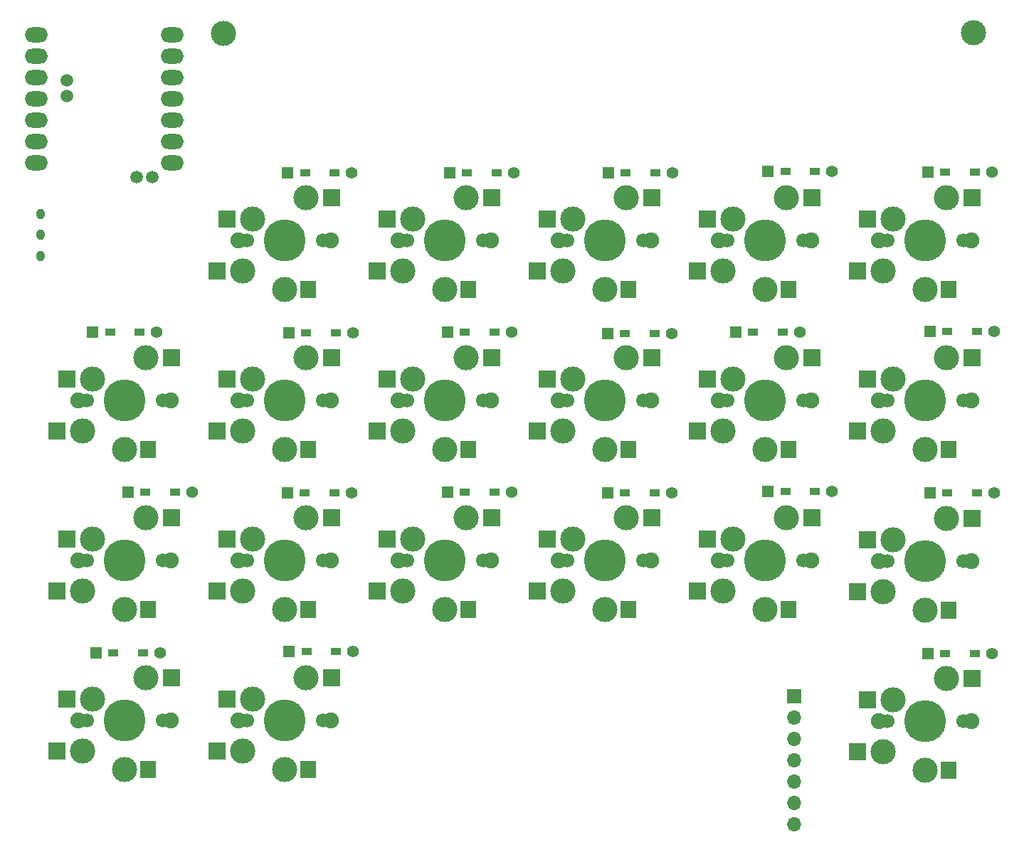
<source format=gbr>
%TF.GenerationSoftware,KiCad,Pcbnew,8.0.7*%
%TF.CreationDate,2025-02-15T16:41:35+09:00*%
%TF.ProjectId,cool642tb_R,636f6f6c-3634-4327-9462-5f522e6b6963,rev?*%
%TF.SameCoordinates,Original*%
%TF.FileFunction,Soldermask,Bot*%
%TF.FilePolarity,Negative*%
%FSLAX46Y46*%
G04 Gerber Fmt 4.6, Leading zero omitted, Abs format (unit mm)*
G04 Created by KiCad (PCBNEW 8.0.7) date 2025-02-15 16:41:35*
%MOMM*%
%LPD*%
G01*
G04 APERTURE LIST*
%ADD10R,1.397000X1.397000*%
%ADD11R,1.300000X0.950000*%
%ADD12C,1.397000*%
%ADD13C,1.900000*%
%ADD14C,1.700000*%
%ADD15C,3.000000*%
%ADD16C,5.000000*%
%ADD17R,2.000000X2.000000*%
%ADD18R,1.900000X2.000000*%
%ADD19O,1.000000X1.300000*%
%ADD20O,2.750000X1.800000*%
%ADD21C,1.500000*%
%ADD22R,1.700000X1.700000*%
%ADD23O,1.700000X1.700000*%
G04 APERTURE END LIST*
D10*
%TO.C,D7*%
X19340000Y-30010000D03*
D11*
X21375000Y-30010000D03*
X24925000Y-30010000D03*
D12*
X26960000Y-30010000D03*
%TD*%
D10*
%TO.C,D11*%
X38370000Y-30100000D03*
D11*
X40405000Y-30100000D03*
X43955000Y-30100000D03*
D12*
X45990000Y-30100000D03*
%TD*%
D13*
%TO.C,SW1*%
X-5500000Y0D03*
D14*
X-5080000Y0D03*
D15*
X-5000000Y-3700000D03*
D14*
X-4500000Y0D03*
D15*
X-3810000Y2540000D03*
D16*
X0Y0D03*
D15*
X0Y-5900000D03*
X2540000Y5080000D03*
D14*
X4500000Y0D03*
X5080000Y0D03*
D13*
X5500000Y0D03*
D17*
X-8100000Y-3700000D03*
X-6900000Y2540000D03*
D18*
X2800000Y-5900000D03*
D17*
X5600000Y5080000D03*
%TD*%
D10*
%TO.C,D20*%
X76510000Y-49200000D03*
D11*
X78545000Y-49200000D03*
X82095000Y-49200000D03*
D12*
X84130000Y-49200000D03*
%TD*%
D13*
%TO.C,SW8*%
X-24550000Y-38100000D03*
D14*
X-24130000Y-38100000D03*
D15*
X-24050000Y-41800000D03*
D14*
X-23550000Y-38100000D03*
D15*
X-22860000Y-35560000D03*
D16*
X-19050000Y-38100000D03*
D15*
X-19050000Y-44000000D03*
X-16510000Y-33020000D03*
D14*
X-14550000Y-38100000D03*
X-13970000Y-38100000D03*
D13*
X-13550000Y-38100000D03*
D17*
X-27150000Y-41800000D03*
X-25950000Y-35560000D03*
D18*
X-16250000Y-44000000D03*
D17*
X-13450000Y-33020000D03*
%TD*%
D10*
%TO.C,D13*%
X57500000Y8140000D03*
D11*
X59535000Y8140000D03*
X63085000Y8140000D03*
D12*
X65120000Y8140000D03*
%TD*%
D13*
%TO.C,SW15*%
X51650000Y-38100000D03*
D14*
X52070000Y-38100000D03*
D15*
X52150000Y-41800000D03*
D14*
X52650000Y-38100000D03*
D15*
X53340000Y-35560000D03*
D16*
X57150000Y-38100000D03*
D15*
X57150000Y-44000000D03*
X59690000Y-33020000D03*
D14*
X61650000Y-38100000D03*
X62230000Y-38100000D03*
D13*
X62650000Y-38100000D03*
D17*
X49050000Y-41800000D03*
X50250000Y-35560000D03*
D18*
X59950000Y-44000000D03*
D17*
X62750000Y-33020000D03*
%TD*%
D13*
%TO.C,SW16*%
X-5500000Y-57150000D03*
D14*
X-5080000Y-57150000D03*
D15*
X-5000000Y-60850000D03*
D14*
X-4500000Y-57150000D03*
D15*
X-3810000Y-54610000D03*
D16*
X0Y-57150000D03*
D15*
X0Y-63050000D03*
X2540000Y-52070000D03*
D14*
X4500000Y-57150000D03*
X5080000Y-57150000D03*
D13*
X5500000Y-57150000D03*
D17*
X-8100000Y-60850000D03*
X-6900000Y-54610000D03*
D18*
X2800000Y-63050000D03*
D17*
X5600000Y-52070000D03*
%TD*%
D19*
%TO.C,SW21*%
X-29100000Y-1900000D03*
X-29100000Y600000D03*
X-29100000Y3100000D03*
%TD*%
D13*
%TO.C,SW13*%
X51650000Y0D03*
D14*
X52070000Y0D03*
D15*
X52150000Y-3700000D03*
D14*
X52650000Y0D03*
D15*
X53340000Y2540000D03*
D16*
X57150000Y0D03*
D15*
X57150000Y-5900000D03*
X59690000Y5080000D03*
D14*
X61650000Y0D03*
X62230000Y0D03*
D13*
X62650000Y0D03*
D17*
X49050000Y-3700000D03*
X50250000Y2540000D03*
D18*
X59950000Y-5900000D03*
D17*
X62750000Y5080000D03*
%TD*%
D10*
%TO.C,D15*%
X57500000Y-29950000D03*
D11*
X59535000Y-29950000D03*
X63085000Y-29950000D03*
D12*
X65120000Y-29950000D03*
%TD*%
D10*
%TO.C,D1*%
X350000Y8000000D03*
D11*
X2385000Y8000000D03*
X5935000Y8000000D03*
D12*
X7970000Y8000000D03*
%TD*%
D10*
%TO.C,D9*%
X38490000Y8000000D03*
D11*
X40525000Y8000000D03*
X44075000Y8000000D03*
D12*
X46110000Y8000000D03*
%TD*%
D10*
%TO.C,D17*%
X76480000Y8060000D03*
D11*
X78515000Y8060000D03*
X82065000Y8060000D03*
D12*
X84100000Y8060000D03*
%TD*%
D10*
%TO.C,D4*%
X-22850000Y-10950000D03*
D11*
X-20815000Y-10950000D03*
X-17265000Y-10950000D03*
D12*
X-15230000Y-10950000D03*
%TD*%
D10*
%TO.C,D16*%
X520000Y-48970000D03*
D11*
X2555000Y-48970000D03*
X6105000Y-48970000D03*
D12*
X8140000Y-48970000D03*
%TD*%
D13*
%TO.C,SW17*%
X70700000Y0D03*
D14*
X71120000Y0D03*
D15*
X71200000Y-3700000D03*
D14*
X71700000Y0D03*
D15*
X72390000Y2540000D03*
D16*
X76200000Y0D03*
D15*
X76200000Y-5900000D03*
X78740000Y5080000D03*
D14*
X80700000Y0D03*
X81280000Y0D03*
D13*
X81700000Y0D03*
D17*
X68100000Y-3700000D03*
X69300000Y2540000D03*
D18*
X79000000Y-5900000D03*
D17*
X81800000Y5080000D03*
%TD*%
D10*
%TO.C,D3*%
X295000Y-30130000D03*
D11*
X2330000Y-30130000D03*
X5880000Y-30130000D03*
D12*
X7915000Y-30130000D03*
%TD*%
D10*
%TO.C,D19*%
X76740000Y-30110000D03*
D11*
X78775000Y-30110000D03*
X82325000Y-30110000D03*
D12*
X84360000Y-30110000D03*
%TD*%
D13*
%TO.C,SW11*%
X32600000Y-38100000D03*
D14*
X33020000Y-38100000D03*
D15*
X33100000Y-41800000D03*
D14*
X33600000Y-38100000D03*
D15*
X34290000Y-35560000D03*
D16*
X38100000Y-38100000D03*
D15*
X38100000Y-44000000D03*
X40640000Y-33020000D03*
D14*
X42600000Y-38100000D03*
X43180000Y-38100000D03*
D13*
X43600000Y-38100000D03*
D17*
X30000000Y-41800000D03*
X31200000Y-35560000D03*
D18*
X40900000Y-44000000D03*
D17*
X43700000Y-33020000D03*
%TD*%
D13*
%TO.C,SW12*%
X-24550000Y-57150000D03*
D14*
X-24130000Y-57150000D03*
D15*
X-24050000Y-60850000D03*
D14*
X-23550000Y-57150000D03*
D15*
X-22860000Y-54610000D03*
D16*
X-19050000Y-57150000D03*
D15*
X-19050000Y-63050000D03*
X-16510000Y-52070000D03*
D14*
X-14550000Y-57150000D03*
X-13970000Y-57150000D03*
D13*
X-13550000Y-57150000D03*
D17*
X-27150000Y-60850000D03*
X-25950000Y-54610000D03*
D18*
X-16250000Y-63050000D03*
D17*
X-13450000Y-52070000D03*
%TD*%
D13*
%TO.C,SW19*%
X70700000Y-38200000D03*
D14*
X71120000Y-38200000D03*
D15*
X71200000Y-41900000D03*
D14*
X71700000Y-38200000D03*
D15*
X72390000Y-35660000D03*
D16*
X76200000Y-38200000D03*
D15*
X76200000Y-44100000D03*
X78740000Y-33120000D03*
D14*
X80700000Y-38200000D03*
X81280000Y-38200000D03*
D13*
X81700000Y-38200000D03*
D17*
X68100000Y-41900000D03*
X69300000Y-35660000D03*
D18*
X79000000Y-44100000D03*
D17*
X81800000Y-33120000D03*
%TD*%
D13*
%TO.C,SW20*%
X70700000Y-57250000D03*
D14*
X71120000Y-57250000D03*
D15*
X71200000Y-60950000D03*
D14*
X71700000Y-57250000D03*
D15*
X72390000Y-54710000D03*
D16*
X76200000Y-57250000D03*
D15*
X76200000Y-63150000D03*
X78740000Y-52170000D03*
D14*
X80700000Y-57250000D03*
X81280000Y-57250000D03*
D13*
X81700000Y-57250000D03*
D17*
X68100000Y-60950000D03*
X69300000Y-54710000D03*
D18*
X79000000Y-63150000D03*
D17*
X81800000Y-52170000D03*
%TD*%
D13*
%TO.C,SW3*%
X-5500000Y-38100000D03*
D14*
X-5080000Y-38100000D03*
D15*
X-5000000Y-41800000D03*
D14*
X-4500000Y-38100000D03*
D15*
X-3810000Y-35560000D03*
D16*
X0Y-38100000D03*
D15*
X0Y-44000000D03*
X2540000Y-33020000D03*
D14*
X4500000Y-38100000D03*
X5080000Y-38100000D03*
D13*
X5500000Y-38100000D03*
D17*
X-8100000Y-41800000D03*
X-6900000Y-35560000D03*
D18*
X2800000Y-44000000D03*
D17*
X5600000Y-33020000D03*
%TD*%
D10*
%TO.C,D10*%
X38430000Y-11150000D03*
D11*
X40465000Y-11150000D03*
X44015000Y-11150000D03*
D12*
X46050000Y-11150000D03*
%TD*%
D13*
%TO.C,SW7*%
X13550000Y-38100000D03*
D14*
X13970000Y-38100000D03*
D15*
X14050000Y-41800000D03*
D14*
X14550000Y-38100000D03*
D15*
X15240000Y-35560000D03*
D16*
X19050000Y-38100000D03*
D15*
X19050000Y-44000000D03*
X21590000Y-33020000D03*
D14*
X23550000Y-38100000D03*
X24130000Y-38100000D03*
D13*
X24550000Y-38100000D03*
D17*
X10950000Y-41800000D03*
X12150000Y-35560000D03*
D18*
X21850000Y-44000000D03*
D17*
X24650000Y-33020000D03*
%TD*%
D13*
%TO.C,SW10*%
X32600000Y-19050000D03*
D14*
X33020000Y-19050000D03*
D15*
X33100000Y-22750000D03*
D14*
X33600000Y-19050000D03*
D15*
X34290000Y-16510000D03*
D16*
X38100000Y-19050000D03*
D15*
X38100000Y-24950000D03*
X40640000Y-13970000D03*
D14*
X42600000Y-19050000D03*
X43180000Y-19050000D03*
D13*
X43600000Y-19050000D03*
D17*
X30000000Y-22750000D03*
X31200000Y-16510000D03*
D18*
X40900000Y-24950000D03*
D17*
X43700000Y-13970000D03*
%TD*%
D20*
%TO.C,U1*%
X-29620000Y24420000D03*
X-29620000Y21880000D03*
X-29620000Y19340000D03*
X-29620000Y16800000D03*
X-29620000Y14260000D03*
X-29620000Y11720000D03*
X-29620000Y9180000D03*
X-13380000Y9180000D03*
X-13380000Y11720000D03*
X-13380000Y14260000D03*
X-13380000Y16800000D03*
X-13380000Y19340000D03*
X-13380000Y21880000D03*
X-13380000Y24420000D03*
D21*
X-17664600Y7488000D03*
X-15785000Y7488000D03*
X-25945000Y17117000D03*
X-25945000Y19022000D03*
%TD*%
D10*
%TO.C,D2*%
X500000Y-11080000D03*
D11*
X2535000Y-11080000D03*
X6085000Y-11080000D03*
D12*
X8120000Y-11080000D03*
%TD*%
D22*
%TO.C,J1*%
X60590000Y-54350000D03*
D23*
X60590000Y-56890000D03*
X60590000Y-59430000D03*
X60590000Y-61970000D03*
X60590000Y-64510000D03*
X60590000Y-67050000D03*
X60590000Y-69590000D03*
%TD*%
D10*
%TO.C,D6*%
X19340000Y-10980000D03*
D11*
X21375000Y-10980000D03*
X24925000Y-10980000D03*
D12*
X26960000Y-10980000D03*
%TD*%
D13*
%TO.C,SW5*%
X13550000Y0D03*
D14*
X13970000Y0D03*
D15*
X14050000Y-3700000D03*
D14*
X14550000Y0D03*
D15*
X15240000Y2540000D03*
D16*
X19050000Y0D03*
D15*
X19050000Y-5900000D03*
X21590000Y5080000D03*
D14*
X23550000Y0D03*
X24130000Y0D03*
D13*
X24550000Y0D03*
D17*
X10950000Y-3700000D03*
X12150000Y2540000D03*
D18*
X21850000Y-5900000D03*
D17*
X24650000Y5080000D03*
%TD*%
D13*
%TO.C,SW6*%
X13550000Y-19050000D03*
D14*
X13970000Y-19050000D03*
D15*
X14050000Y-22750000D03*
D14*
X14550000Y-19050000D03*
D15*
X15240000Y-16510000D03*
D16*
X19050000Y-19050000D03*
D15*
X19050000Y-24950000D03*
X21590000Y-13970000D03*
D14*
X23550000Y-19050000D03*
X24130000Y-19050000D03*
D13*
X24550000Y-19050000D03*
D17*
X10950000Y-22750000D03*
X12150000Y-16510000D03*
D18*
X21850000Y-24950000D03*
D17*
X24650000Y-13970000D03*
%TD*%
D13*
%TO.C,SW9*%
X32600000Y0D03*
D14*
X33020000Y0D03*
D15*
X33100000Y-3700000D03*
D14*
X33600000Y0D03*
D15*
X34290000Y2540000D03*
D16*
X38100000Y0D03*
D15*
X38100000Y-5900000D03*
X40640000Y5080000D03*
D14*
X42600000Y0D03*
X43180000Y0D03*
D13*
X43600000Y0D03*
D17*
X30000000Y-3700000D03*
X31200000Y2540000D03*
D18*
X40900000Y-5900000D03*
D17*
X43700000Y5080000D03*
%TD*%
D13*
%TO.C,SW4*%
X-24550000Y-19050000D03*
D14*
X-24130000Y-19050000D03*
D15*
X-24050000Y-22750000D03*
D14*
X-23550000Y-19050000D03*
D15*
X-22860000Y-16510000D03*
D16*
X-19050000Y-19050000D03*
D15*
X-19050000Y-24950000D03*
X-16510000Y-13970000D03*
D14*
X-14550000Y-19050000D03*
X-13970000Y-19050000D03*
D13*
X-13550000Y-19050000D03*
D17*
X-27150000Y-22750000D03*
X-25950000Y-16510000D03*
D18*
X-16250000Y-24950000D03*
D17*
X-13450000Y-13970000D03*
%TD*%
D10*
%TO.C,D8*%
X-18680000Y-29980000D03*
D11*
X-16645000Y-29980000D03*
X-13095000Y-29980000D03*
D12*
X-11060000Y-29980000D03*
%TD*%
D15*
%TO.C,BT1*%
X-7350000Y24620000D03*
X81920000Y24660000D03*
%TD*%
D10*
%TO.C,D14*%
X53680000Y-10930000D03*
D11*
X55715000Y-10930000D03*
X59265000Y-10930000D03*
D12*
X61300000Y-10930000D03*
%TD*%
D10*
%TO.C,D12*%
X-22500000Y-49140000D03*
D11*
X-20465000Y-49140000D03*
X-16915000Y-49140000D03*
D12*
X-14880000Y-49140000D03*
%TD*%
D10*
%TO.C,D5*%
X19600000Y8040000D03*
D11*
X21635000Y8040000D03*
X25185000Y8040000D03*
D12*
X27220000Y8040000D03*
%TD*%
D13*
%TO.C,SW2*%
X-5500000Y-19050000D03*
D14*
X-5080000Y-19050000D03*
D15*
X-5000000Y-22750000D03*
D14*
X-4500000Y-19050000D03*
D15*
X-3810000Y-16510000D03*
D16*
X0Y-19050000D03*
D15*
X0Y-24950000D03*
X2540000Y-13970000D03*
D14*
X4500000Y-19050000D03*
X5080000Y-19050000D03*
D13*
X5500000Y-19050000D03*
D17*
X-8100000Y-22750000D03*
X-6900000Y-16510000D03*
D18*
X2800000Y-24950000D03*
D17*
X5600000Y-13970000D03*
%TD*%
D13*
%TO.C,SW18*%
X70700000Y-19050000D03*
D14*
X71120000Y-19050000D03*
D15*
X71200000Y-22750000D03*
D14*
X71700000Y-19050000D03*
D15*
X72390000Y-16510000D03*
D16*
X76200000Y-19050000D03*
D15*
X76200000Y-24950000D03*
X78740000Y-13970000D03*
D14*
X80700000Y-19050000D03*
X81280000Y-19050000D03*
D13*
X81700000Y-19050000D03*
D17*
X68100000Y-22750000D03*
X69300000Y-16510000D03*
D18*
X79000000Y-24950000D03*
D17*
X81800000Y-13970000D03*
%TD*%
D13*
%TO.C,SW14*%
X51650000Y-19050000D03*
D14*
X52070000Y-19050000D03*
D15*
X52150000Y-22750000D03*
D14*
X52650000Y-19050000D03*
D15*
X53340000Y-16510000D03*
D16*
X57150000Y-19050000D03*
D15*
X57150000Y-24950000D03*
X59690000Y-13970000D03*
D14*
X61650000Y-19050000D03*
X62230000Y-19050000D03*
D13*
X62650000Y-19050000D03*
D17*
X49050000Y-22750000D03*
X50250000Y-16510000D03*
D18*
X59950000Y-24950000D03*
D17*
X62750000Y-13970000D03*
%TD*%
D10*
%TO.C,D18*%
X76730000Y-10920000D03*
D11*
X78765000Y-10920000D03*
X82315000Y-10920000D03*
D12*
X84350000Y-10920000D03*
%TD*%
M02*

</source>
